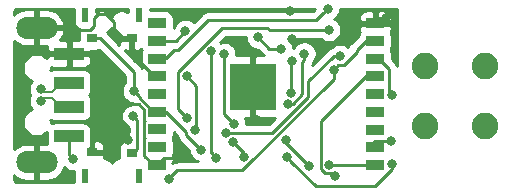
<source format=gbr>
G04 #@! TF.GenerationSoftware,KiCad,Pcbnew,(5.1.4)-1*
G04 #@! TF.CreationDate,2020-10-04T16:00:56+02:00*
G04 #@! TF.ProjectId,Long range deauther,4c6f6e67-2072-4616-9e67-652064656175,rev?*
G04 #@! TF.SameCoordinates,Original*
G04 #@! TF.FileFunction,Copper,L1,Top*
G04 #@! TF.FilePolarity,Positive*
%FSLAX46Y46*%
G04 Gerber Fmt 4.6, Leading zero omitted, Abs format (unit mm)*
G04 Created by KiCad (PCBNEW (5.1.4)-1) date 2020-10-04 16:00:56*
%MOMM*%
%LPD*%
G04 APERTURE LIST*
%ADD10C,2.250000*%
%ADD11R,0.600000X1.200000*%
%ADD12R,0.900000X0.800000*%
%ADD13R,2.500000X1.100000*%
%ADD14O,3.500000X1.900000*%
%ADD15R,1.500000X0.900000*%
%ADD16R,4.000000X4.000000*%
%ADD17C,0.800000*%
%ADD18C,0.250000*%
%ADD19C,0.200000*%
%ADD20C,0.254000*%
G04 APERTURE END LIST*
D10*
X161454000Y-80474000D03*
X166534000Y-80474000D03*
X161454000Y-85554000D03*
X166534000Y-85554000D03*
D11*
X132650000Y-76170000D03*
X137250000Y-76170000D03*
D12*
X136660000Y-78160000D03*
X133250000Y-78150000D03*
X136650000Y-87824800D03*
X133240000Y-87814800D03*
D11*
X132650000Y-89804800D03*
X137250000Y-89804800D03*
D13*
X131331240Y-83956400D03*
X131331240Y-81956400D03*
X131331240Y-86456400D03*
X131331240Y-79456400D03*
D14*
X128581240Y-88656400D03*
X128581240Y-77256400D03*
D15*
X157250000Y-88880000D03*
X157250000Y-87380000D03*
X157250000Y-85880000D03*
X157250000Y-84380000D03*
X157250000Y-82880000D03*
X157250000Y-81380000D03*
X157250000Y-79880000D03*
X157250000Y-78380000D03*
X157250000Y-76880000D03*
X138790000Y-76870000D03*
X138790000Y-79870000D03*
X138790000Y-82870000D03*
X138790000Y-78370000D03*
X138790000Y-85870000D03*
X138790000Y-81370000D03*
X138790000Y-87370000D03*
X138790000Y-84370000D03*
X138790000Y-88870000D03*
D16*
X146900000Y-82240000D03*
D17*
X136337040Y-86756240D03*
X141680000Y-76070000D03*
X141500000Y-88300000D03*
X150000000Y-75830000D03*
X158199990Y-76460000D03*
X145802340Y-79042340D03*
X150200000Y-78240000D03*
X131561840Y-77576680D03*
X137048240Y-79862680D03*
X147233640Y-85029040D03*
X141350000Y-84940000D03*
X153360000Y-88870012D03*
X149870647Y-83721862D03*
X151250000Y-79450000D03*
X153340000Y-77445094D03*
X151620000Y-88954770D03*
X149690000Y-86737678D03*
X147350000Y-78080000D03*
X149277031Y-79022969D03*
X141999156Y-85937510D03*
X141280000Y-81340000D03*
X136820010Y-82599990D03*
X142520000Y-87580002D03*
X136760000Y-84770000D03*
X153730000Y-80800000D03*
X139778740Y-90063320D03*
X150152311Y-82762347D03*
X150245939Y-80089056D03*
X158620000Y-86840000D03*
X153890000Y-89800000D03*
X158640000Y-82980000D03*
X144470000Y-79500000D03*
X145229847Y-86954847D03*
X158640000Y-88770000D03*
X146152340Y-88162340D03*
X145311859Y-85400000D03*
X149751253Y-88187690D03*
X154290000Y-79650000D03*
X144621571Y-86147724D03*
X153250000Y-75640000D03*
X143381152Y-79191152D03*
X141187347Y-77527347D03*
X143809720Y-88287860D03*
X128960645Y-83481400D03*
X128960645Y-82431400D03*
X131678680Y-88351360D03*
D18*
X157140000Y-76460000D02*
X156750000Y-76850000D01*
X158199990Y-76460000D02*
X157140000Y-76460000D01*
X135124999Y-76795997D02*
X135124999Y-77324999D01*
X134424001Y-76094999D02*
X135124999Y-76795997D01*
X133775999Y-76094999D02*
X134424001Y-76094999D01*
X133424999Y-76445999D02*
X133775999Y-76094999D01*
X133424999Y-77094001D02*
X133424999Y-76445999D01*
X135960000Y-78160000D02*
X136660000Y-78160000D01*
X133094001Y-77424999D02*
X133424999Y-77094001D01*
X132279206Y-77424999D02*
X133094001Y-77424999D01*
X135124999Y-77324999D02*
X135960000Y-78160000D01*
X132127525Y-77576680D02*
X132279206Y-77424999D01*
X131561840Y-77576680D02*
X132127525Y-77576680D01*
X138555560Y-81370000D02*
X138790000Y-81370000D01*
X137048240Y-79862680D02*
X138555560Y-81370000D01*
X139360000Y-88300000D02*
X138790000Y-88870000D01*
X141500000Y-88300000D02*
X139360000Y-88300000D01*
X139230000Y-88870000D02*
X139250000Y-88850000D01*
X137714999Y-88080001D02*
X138504998Y-88870000D01*
X137714999Y-86659999D02*
X137714999Y-88080001D01*
X138504998Y-88870000D02*
X139230000Y-88870000D01*
X137714999Y-85159999D02*
X137714999Y-86580001D01*
X137754998Y-85120000D02*
X137714999Y-85159999D01*
X137714999Y-85080001D02*
X137754998Y-85120000D01*
X137754998Y-86620000D02*
X137714999Y-86659999D01*
X137714999Y-84234999D02*
X137714999Y-85080001D01*
X136450000Y-85720000D02*
X135690000Y-84960000D01*
X136450000Y-86050000D02*
X136450000Y-85720000D01*
X135690000Y-84960000D02*
X135690000Y-84390000D01*
X135690000Y-84390000D02*
X136340000Y-83740000D01*
X137714999Y-86580001D02*
X137754998Y-86620000D01*
X136340000Y-83740000D02*
X137220000Y-83740000D01*
X137220000Y-83740000D02*
X137714999Y-84234999D01*
X153380012Y-88850000D02*
X153360000Y-88870012D01*
X156750000Y-88850000D02*
X153380012Y-88850000D01*
X151085001Y-82902659D02*
X151085001Y-80180684D01*
X151250000Y-80015685D02*
X151250000Y-79450000D01*
X150265798Y-83721862D02*
X151085001Y-82902659D01*
X149870647Y-83721862D02*
X150265798Y-83721862D01*
X151085001Y-80180684D02*
X151250000Y-80015685D01*
X148318096Y-77445094D02*
X152774315Y-77445094D01*
X152774315Y-77445094D02*
X153340000Y-77445094D01*
X141350000Y-84940000D02*
X140554999Y-84144999D01*
X140554999Y-84144999D02*
X140554999Y-80991999D01*
X148128001Y-77254999D02*
X148318096Y-77445094D01*
X140554999Y-80991999D02*
X144291999Y-77254999D01*
X144291999Y-77254999D02*
X148128001Y-77254999D01*
X149690000Y-87024770D02*
X149690000Y-86737678D01*
X151620000Y-88954770D02*
X149690000Y-87024770D01*
X147350000Y-78080000D02*
X148292969Y-79022969D01*
X148711346Y-79022969D02*
X149277031Y-79022969D01*
X148292969Y-79022969D02*
X148711346Y-79022969D01*
X142120000Y-82180000D02*
X141280000Y-81340000D01*
X141999156Y-85937510D02*
X142120000Y-85816666D01*
X142120000Y-85816666D02*
X142120000Y-82180000D01*
X136804400Y-82584380D02*
X136820010Y-82599990D01*
X136804400Y-81005680D02*
X136804400Y-82584380D01*
X133250000Y-78150000D02*
X133948720Y-78150000D01*
X133948720Y-78150000D02*
X136804400Y-81005680D01*
X141274155Y-86334157D02*
X142120001Y-87180003D01*
X137220009Y-82999989D02*
X137220009Y-83092609D01*
X136820010Y-82599990D02*
X137220009Y-82999989D01*
X137220009Y-83092609D02*
X138477400Y-84350000D01*
X138477400Y-84350000D02*
X139550000Y-84350000D01*
X139550000Y-84350000D02*
X141274155Y-86074155D01*
X142120001Y-87180003D02*
X142520000Y-87580002D01*
X141274155Y-86074155D02*
X141274155Y-86334157D01*
X137090000Y-85100000D02*
X136760000Y-84770000D01*
X136780000Y-87830000D02*
X137090000Y-87520000D01*
X137090000Y-87520000D02*
X137090000Y-85100000D01*
X153730000Y-80800000D02*
X154129999Y-80400001D01*
X154129999Y-80400001D02*
X154613001Y-80400001D01*
X156450000Y-78350000D02*
X156750000Y-78350000D01*
X154613001Y-80400001D02*
X155674999Y-79338003D01*
X155674999Y-79125001D02*
X156450000Y-78350000D01*
X155674999Y-79338003D02*
X155674999Y-79125001D01*
X136830000Y-87830000D02*
X136780000Y-87830000D01*
X140087849Y-89754211D02*
X139778740Y-90063320D01*
X140502640Y-89339420D02*
X140087849Y-89754211D01*
X146000580Y-89339420D02*
X140502640Y-89339420D01*
X153730000Y-80800000D02*
X153730000Y-81610000D01*
X153730000Y-81610000D02*
X146000580Y-89339420D01*
X150152311Y-80182684D02*
X150245939Y-80089056D01*
X150152311Y-82762347D02*
X150152311Y-80182684D01*
X157260000Y-86840000D02*
X156750000Y-87350000D01*
X158620000Y-86840000D02*
X157260000Y-86840000D01*
X152634999Y-85165001D02*
X156450000Y-81350000D01*
X156450000Y-81350000D02*
X156750000Y-81350000D01*
X152634999Y-89218013D02*
X152634999Y-85165001D01*
X153011999Y-89595013D02*
X152634999Y-89218013D01*
X153708001Y-89595013D02*
X153011999Y-89595013D01*
X153890000Y-89777012D02*
X153708001Y-89595013D01*
X153890000Y-89800000D02*
X153890000Y-89777012D01*
X156750000Y-79850000D02*
X157558760Y-79850000D01*
X157550000Y-79880000D02*
X157250000Y-79880000D01*
X158394400Y-80724400D02*
X157550000Y-79880000D01*
X158394400Y-82724400D02*
X158394400Y-80724400D01*
X158660000Y-82990000D02*
X158394400Y-82724400D01*
X146152340Y-87877340D02*
X146152340Y-88162340D01*
X145229847Y-86954847D02*
X146152340Y-87877340D01*
X144470000Y-84558141D02*
X144911860Y-85000001D01*
X144911860Y-85000001D02*
X145311859Y-85400000D01*
X144470000Y-79500000D02*
X144470000Y-84558141D01*
X158670000Y-89245002D02*
X157265012Y-90649990D01*
X157265012Y-90649990D02*
X152213553Y-90649990D01*
X158670000Y-88770000D02*
X158670000Y-89245002D01*
X150151252Y-88587689D02*
X149751253Y-88187690D01*
X152213553Y-90649990D02*
X150151252Y-88587689D01*
X151585001Y-83108001D02*
X148545278Y-86147724D01*
X148545278Y-86147724D02*
X145187256Y-86147724D01*
X151585001Y-81789314D02*
X151585001Y-83108001D01*
X154290000Y-79650000D02*
X153724315Y-79650000D01*
X145187256Y-86147724D02*
X144621571Y-86147724D01*
X153724315Y-79650000D02*
X151585001Y-81789314D01*
X139250000Y-79850000D02*
X139550000Y-79850000D01*
X140590000Y-79150000D02*
X143130000Y-76610000D01*
X139550000Y-79850000D02*
X140250000Y-79150000D01*
X140250000Y-79150000D02*
X140590000Y-79150000D01*
X143130000Y-76610000D02*
X152280000Y-76610000D01*
X152280000Y-76610000D02*
X152850001Y-76039999D01*
X152850001Y-76039999D02*
X153250000Y-75640000D01*
X140364694Y-78350000D02*
X139250000Y-78350000D01*
X141187347Y-77527347D02*
X140364694Y-78350000D01*
X143381152Y-87859292D02*
X143409721Y-87887861D01*
X143409721Y-87887861D02*
X143809720Y-88287860D01*
X143381152Y-79191152D02*
X143381152Y-87859292D01*
D19*
X129260645Y-83181400D02*
X128960645Y-83481400D01*
X129856240Y-83181400D02*
X129260645Y-83181400D01*
X130631240Y-83956400D02*
X129856240Y-83181400D01*
X131331240Y-83956400D02*
X130631240Y-83956400D01*
X131331240Y-81956400D02*
X130631240Y-81956400D01*
X130631240Y-81956400D02*
X129856240Y-82731400D01*
X129856240Y-82731400D02*
X129260645Y-82731400D01*
X129260645Y-82731400D02*
X128960645Y-82431400D01*
D18*
X131331240Y-86456400D02*
X131331240Y-88003920D01*
X131331240Y-88003920D02*
X131678680Y-88351360D01*
D20*
G36*
X131711928Y-76770000D02*
G01*
X131724188Y-76894482D01*
X131760498Y-77014180D01*
X131819463Y-77124494D01*
X131898815Y-77221185D01*
X131995506Y-77300537D01*
X132105820Y-77359502D01*
X132225518Y-77395812D01*
X132267110Y-77399908D01*
X132210498Y-77505820D01*
X132174188Y-77625518D01*
X132161928Y-77750000D01*
X132161928Y-78269664D01*
X131616990Y-78271400D01*
X131458240Y-78430150D01*
X131458240Y-79329400D01*
X133057490Y-79329400D01*
X133198818Y-79188072D01*
X133700000Y-79188072D01*
X133824482Y-79175812D01*
X133882217Y-79158298D01*
X136044400Y-81320483D01*
X136044401Y-81911888D01*
X136016073Y-81940216D01*
X135902805Y-82109734D01*
X135824784Y-82298092D01*
X135785010Y-82498051D01*
X135785010Y-82701929D01*
X135824784Y-82901888D01*
X135902805Y-83090246D01*
X136016073Y-83259764D01*
X136160236Y-83403927D01*
X136329754Y-83517195D01*
X136518112Y-83595216D01*
X136674917Y-83626406D01*
X136680008Y-83632610D01*
X136709010Y-83656411D01*
X136787599Y-83735000D01*
X136658061Y-83735000D01*
X136458102Y-83774774D01*
X136269744Y-83852795D01*
X136100226Y-83966063D01*
X135956063Y-84110226D01*
X135842795Y-84279744D01*
X135764774Y-84468102D01*
X135725000Y-84668061D01*
X135725000Y-84871939D01*
X135764774Y-85071898D01*
X135842795Y-85260256D01*
X135956063Y-85429774D01*
X136100226Y-85573937D01*
X136269744Y-85687205D01*
X136330001Y-85712164D01*
X136330000Y-86786728D01*
X136200000Y-86786728D01*
X136075518Y-86798988D01*
X135955820Y-86835298D01*
X135845506Y-86894263D01*
X135748815Y-86973615D01*
X135669463Y-87070306D01*
X135610498Y-87180620D01*
X135574188Y-87300318D01*
X135561928Y-87424800D01*
X135561928Y-88224800D01*
X135564155Y-88247415D01*
X135512686Y-88257653D01*
X135333428Y-88331904D01*
X135172099Y-88439701D01*
X135034901Y-88576899D01*
X134950000Y-88703962D01*
X134865099Y-88576899D01*
X134727901Y-88439701D01*
X134566572Y-88331904D01*
X134387314Y-88257653D01*
X134325071Y-88245272D01*
X134328072Y-88214800D01*
X134325000Y-88100550D01*
X134166250Y-87941800D01*
X133367000Y-87941800D01*
X133367000Y-87961800D01*
X133113000Y-87961800D01*
X133113000Y-87941800D01*
X133093000Y-87941800D01*
X133093000Y-87687800D01*
X133113000Y-87687800D01*
X133113000Y-87358606D01*
X133170742Y-87250580D01*
X133207052Y-87130882D01*
X133219312Y-87006400D01*
X133219312Y-86938550D01*
X133367000Y-86938550D01*
X133367000Y-87687800D01*
X134166250Y-87687800D01*
X134325000Y-87529050D01*
X134328072Y-87414800D01*
X134315812Y-87290318D01*
X134279502Y-87170620D01*
X134220537Y-87060306D01*
X134141185Y-86963615D01*
X134044494Y-86884263D01*
X133934180Y-86825298D01*
X133814482Y-86788988D01*
X133690000Y-86776728D01*
X133525750Y-86779800D01*
X133367000Y-86938550D01*
X133219312Y-86938550D01*
X133219312Y-85906400D01*
X133207052Y-85781918D01*
X133170742Y-85662220D01*
X133111777Y-85551906D01*
X133032425Y-85455215D01*
X132935734Y-85375863D01*
X132825420Y-85316898D01*
X132705722Y-85280588D01*
X132581240Y-85268328D01*
X130081240Y-85268328D01*
X129956758Y-85280588D01*
X129837060Y-85316898D01*
X129766240Y-85354753D01*
X129766240Y-85139688D01*
X129748069Y-85048334D01*
X129837060Y-85095902D01*
X129956758Y-85132212D01*
X130081240Y-85144472D01*
X132581240Y-85144472D01*
X132705722Y-85132212D01*
X132825420Y-85095902D01*
X132935734Y-85036937D01*
X133032425Y-84957585D01*
X133111777Y-84860894D01*
X133170742Y-84750580D01*
X133207052Y-84630882D01*
X133219312Y-84506400D01*
X133219312Y-83406400D01*
X133207052Y-83281918D01*
X133170742Y-83162220D01*
X133111777Y-83051906D01*
X133033398Y-82956400D01*
X133111777Y-82860894D01*
X133170742Y-82750580D01*
X133207052Y-82630882D01*
X133219312Y-82506400D01*
X133219312Y-81406400D01*
X133207052Y-81281918D01*
X133170742Y-81162220D01*
X133111777Y-81051906D01*
X133032425Y-80955215D01*
X132935734Y-80875863D01*
X132825420Y-80816898D01*
X132705722Y-80780588D01*
X132581240Y-80768328D01*
X130081240Y-80768328D01*
X129956758Y-80780588D01*
X129837060Y-80816898D01*
X129748069Y-80864466D01*
X129766240Y-80773112D01*
X129766240Y-80558047D01*
X129837060Y-80595902D01*
X129956758Y-80632212D01*
X130081240Y-80644472D01*
X131045490Y-80641400D01*
X131204240Y-80482650D01*
X131204240Y-79583400D01*
X131458240Y-79583400D01*
X131458240Y-80482650D01*
X131616990Y-80641400D01*
X132581240Y-80644472D01*
X132705722Y-80632212D01*
X132825420Y-80595902D01*
X132935734Y-80536937D01*
X133032425Y-80457585D01*
X133111777Y-80360894D01*
X133170742Y-80250580D01*
X133207052Y-80130882D01*
X133219312Y-80006400D01*
X133216240Y-79742150D01*
X133057490Y-79583400D01*
X131458240Y-79583400D01*
X131204240Y-79583400D01*
X129604990Y-79583400D01*
X129446240Y-79742150D01*
X129445052Y-79844368D01*
X129336634Y-79735950D01*
X129142548Y-79606266D01*
X128926892Y-79516939D01*
X128697952Y-79471400D01*
X128464528Y-79471400D01*
X128235588Y-79516939D01*
X128019932Y-79606266D01*
X127825846Y-79735950D01*
X127660790Y-79901006D01*
X127531106Y-80095092D01*
X127441779Y-80310748D01*
X127396240Y-80539688D01*
X127396240Y-80773112D01*
X127441779Y-81002052D01*
X127531106Y-81217708D01*
X127660790Y-81411794D01*
X127825846Y-81576850D01*
X128019932Y-81706534D01*
X128162675Y-81765659D01*
X128156708Y-81771626D01*
X128043440Y-81941144D01*
X127965419Y-82129502D01*
X127925645Y-82329461D01*
X127925645Y-82533339D01*
X127965419Y-82733298D01*
X128043440Y-82921656D01*
X128066655Y-82956400D01*
X128043440Y-82991144D01*
X127965419Y-83179502D01*
X127925645Y-83379461D01*
X127925645Y-83583339D01*
X127965419Y-83783298D01*
X128043440Y-83971656D01*
X128156708Y-84141174D01*
X128162675Y-84147141D01*
X128019932Y-84206266D01*
X127825846Y-84335950D01*
X127660790Y-84501006D01*
X127531106Y-84695092D01*
X127441779Y-84910748D01*
X127396240Y-85139688D01*
X127396240Y-85373112D01*
X127441779Y-85602052D01*
X127531106Y-85817708D01*
X127660790Y-86011794D01*
X127825846Y-86176850D01*
X128019932Y-86306534D01*
X128235588Y-86395861D01*
X128464528Y-86441400D01*
X128697952Y-86441400D01*
X128926892Y-86395861D01*
X129142548Y-86306534D01*
X129336634Y-86176850D01*
X129443168Y-86070316D01*
X129443168Y-87006400D01*
X129449570Y-87071400D01*
X128708240Y-87071400D01*
X128708240Y-88529400D01*
X128728240Y-88529400D01*
X128728240Y-88783400D01*
X128708240Y-88783400D01*
X128708240Y-90241400D01*
X129508240Y-90241400D01*
X129815018Y-90186168D01*
X130105126Y-90072148D01*
X130367415Y-89903722D01*
X130591806Y-89687362D01*
X130769676Y-89431383D01*
X130894189Y-89145621D01*
X130916227Y-89052618D01*
X131018906Y-89155297D01*
X131188424Y-89268565D01*
X131376782Y-89346586D01*
X131576741Y-89386360D01*
X131711928Y-89386360D01*
X131711928Y-90340000D01*
X127016279Y-90340000D01*
X126918576Y-90330420D01*
X126855643Y-90311420D01*
X126797594Y-90280554D01*
X126746657Y-90239011D01*
X126704752Y-90188356D01*
X126673485Y-90130529D01*
X126654044Y-90067728D01*
X126644000Y-89972165D01*
X126644000Y-89758064D01*
X126795065Y-89903722D01*
X127057354Y-90072148D01*
X127347462Y-90186168D01*
X127654240Y-90241400D01*
X128454240Y-90241400D01*
X128454240Y-88783400D01*
X128434240Y-88783400D01*
X128434240Y-88529400D01*
X128454240Y-88529400D01*
X128454240Y-87071400D01*
X127654240Y-87071400D01*
X127347462Y-87126632D01*
X127057354Y-87240652D01*
X126795065Y-87409078D01*
X126644000Y-87554736D01*
X126644000Y-78358064D01*
X126795065Y-78503722D01*
X127057354Y-78672148D01*
X127347462Y-78786168D01*
X127654240Y-78841400D01*
X128454240Y-78841400D01*
X128454240Y-77383400D01*
X128708240Y-77383400D01*
X128708240Y-78841400D01*
X129449570Y-78841400D01*
X129443168Y-78906400D01*
X129446240Y-79170650D01*
X129604990Y-79329400D01*
X131204240Y-79329400D01*
X131204240Y-78430150D01*
X131045490Y-78271400D01*
X130603875Y-78269993D01*
X130769676Y-78031383D01*
X130894189Y-77745621D01*
X130921826Y-77628988D01*
X130801824Y-77383400D01*
X128708240Y-77383400D01*
X128454240Y-77383400D01*
X128434240Y-77383400D01*
X128434240Y-77129400D01*
X128454240Y-77129400D01*
X128454240Y-75671400D01*
X128708240Y-75671400D01*
X128708240Y-77129400D01*
X130801824Y-77129400D01*
X130921826Y-76883812D01*
X130894189Y-76767179D01*
X130769676Y-76481417D01*
X130591806Y-76225438D01*
X130367415Y-76009078D01*
X130105126Y-75840652D01*
X129815018Y-75726632D01*
X129508240Y-75671400D01*
X128708240Y-75671400D01*
X128454240Y-75671400D01*
X127654240Y-75671400D01*
X127347462Y-75726632D01*
X127057354Y-75840652D01*
X126795065Y-76009078D01*
X126644000Y-76154736D01*
X126644000Y-76032279D01*
X126653580Y-75934576D01*
X126672580Y-75871644D01*
X126703445Y-75813595D01*
X126744989Y-75762657D01*
X126795644Y-75720752D01*
X126853471Y-75689485D01*
X126916272Y-75670044D01*
X127011835Y-75660000D01*
X131711928Y-75660000D01*
X131711928Y-76770000D01*
X131711928Y-76770000D01*
G37*
X131711928Y-76770000D02*
X131724188Y-76894482D01*
X131760498Y-77014180D01*
X131819463Y-77124494D01*
X131898815Y-77221185D01*
X131995506Y-77300537D01*
X132105820Y-77359502D01*
X132225518Y-77395812D01*
X132267110Y-77399908D01*
X132210498Y-77505820D01*
X132174188Y-77625518D01*
X132161928Y-77750000D01*
X132161928Y-78269664D01*
X131616990Y-78271400D01*
X131458240Y-78430150D01*
X131458240Y-79329400D01*
X133057490Y-79329400D01*
X133198818Y-79188072D01*
X133700000Y-79188072D01*
X133824482Y-79175812D01*
X133882217Y-79158298D01*
X136044400Y-81320483D01*
X136044401Y-81911888D01*
X136016073Y-81940216D01*
X135902805Y-82109734D01*
X135824784Y-82298092D01*
X135785010Y-82498051D01*
X135785010Y-82701929D01*
X135824784Y-82901888D01*
X135902805Y-83090246D01*
X136016073Y-83259764D01*
X136160236Y-83403927D01*
X136329754Y-83517195D01*
X136518112Y-83595216D01*
X136674917Y-83626406D01*
X136680008Y-83632610D01*
X136709010Y-83656411D01*
X136787599Y-83735000D01*
X136658061Y-83735000D01*
X136458102Y-83774774D01*
X136269744Y-83852795D01*
X136100226Y-83966063D01*
X135956063Y-84110226D01*
X135842795Y-84279744D01*
X135764774Y-84468102D01*
X135725000Y-84668061D01*
X135725000Y-84871939D01*
X135764774Y-85071898D01*
X135842795Y-85260256D01*
X135956063Y-85429774D01*
X136100226Y-85573937D01*
X136269744Y-85687205D01*
X136330001Y-85712164D01*
X136330000Y-86786728D01*
X136200000Y-86786728D01*
X136075518Y-86798988D01*
X135955820Y-86835298D01*
X135845506Y-86894263D01*
X135748815Y-86973615D01*
X135669463Y-87070306D01*
X135610498Y-87180620D01*
X135574188Y-87300318D01*
X135561928Y-87424800D01*
X135561928Y-88224800D01*
X135564155Y-88247415D01*
X135512686Y-88257653D01*
X135333428Y-88331904D01*
X135172099Y-88439701D01*
X135034901Y-88576899D01*
X134950000Y-88703962D01*
X134865099Y-88576899D01*
X134727901Y-88439701D01*
X134566572Y-88331904D01*
X134387314Y-88257653D01*
X134325071Y-88245272D01*
X134328072Y-88214800D01*
X134325000Y-88100550D01*
X134166250Y-87941800D01*
X133367000Y-87941800D01*
X133367000Y-87961800D01*
X133113000Y-87961800D01*
X133113000Y-87941800D01*
X133093000Y-87941800D01*
X133093000Y-87687800D01*
X133113000Y-87687800D01*
X133113000Y-87358606D01*
X133170742Y-87250580D01*
X133207052Y-87130882D01*
X133219312Y-87006400D01*
X133219312Y-86938550D01*
X133367000Y-86938550D01*
X133367000Y-87687800D01*
X134166250Y-87687800D01*
X134325000Y-87529050D01*
X134328072Y-87414800D01*
X134315812Y-87290318D01*
X134279502Y-87170620D01*
X134220537Y-87060306D01*
X134141185Y-86963615D01*
X134044494Y-86884263D01*
X133934180Y-86825298D01*
X133814482Y-86788988D01*
X133690000Y-86776728D01*
X133525750Y-86779800D01*
X133367000Y-86938550D01*
X133219312Y-86938550D01*
X133219312Y-85906400D01*
X133207052Y-85781918D01*
X133170742Y-85662220D01*
X133111777Y-85551906D01*
X133032425Y-85455215D01*
X132935734Y-85375863D01*
X132825420Y-85316898D01*
X132705722Y-85280588D01*
X132581240Y-85268328D01*
X130081240Y-85268328D01*
X129956758Y-85280588D01*
X129837060Y-85316898D01*
X129766240Y-85354753D01*
X129766240Y-85139688D01*
X129748069Y-85048334D01*
X129837060Y-85095902D01*
X129956758Y-85132212D01*
X130081240Y-85144472D01*
X132581240Y-85144472D01*
X132705722Y-85132212D01*
X132825420Y-85095902D01*
X132935734Y-85036937D01*
X133032425Y-84957585D01*
X133111777Y-84860894D01*
X133170742Y-84750580D01*
X133207052Y-84630882D01*
X133219312Y-84506400D01*
X133219312Y-83406400D01*
X133207052Y-83281918D01*
X133170742Y-83162220D01*
X133111777Y-83051906D01*
X133033398Y-82956400D01*
X133111777Y-82860894D01*
X133170742Y-82750580D01*
X133207052Y-82630882D01*
X133219312Y-82506400D01*
X133219312Y-81406400D01*
X133207052Y-81281918D01*
X133170742Y-81162220D01*
X133111777Y-81051906D01*
X133032425Y-80955215D01*
X132935734Y-80875863D01*
X132825420Y-80816898D01*
X132705722Y-80780588D01*
X132581240Y-80768328D01*
X130081240Y-80768328D01*
X129956758Y-80780588D01*
X129837060Y-80816898D01*
X129748069Y-80864466D01*
X129766240Y-80773112D01*
X129766240Y-80558047D01*
X129837060Y-80595902D01*
X129956758Y-80632212D01*
X130081240Y-80644472D01*
X131045490Y-80641400D01*
X131204240Y-80482650D01*
X131204240Y-79583400D01*
X131458240Y-79583400D01*
X131458240Y-80482650D01*
X131616990Y-80641400D01*
X132581240Y-80644472D01*
X132705722Y-80632212D01*
X132825420Y-80595902D01*
X132935734Y-80536937D01*
X133032425Y-80457585D01*
X133111777Y-80360894D01*
X133170742Y-80250580D01*
X133207052Y-80130882D01*
X133219312Y-80006400D01*
X133216240Y-79742150D01*
X133057490Y-79583400D01*
X131458240Y-79583400D01*
X131204240Y-79583400D01*
X129604990Y-79583400D01*
X129446240Y-79742150D01*
X129445052Y-79844368D01*
X129336634Y-79735950D01*
X129142548Y-79606266D01*
X128926892Y-79516939D01*
X128697952Y-79471400D01*
X128464528Y-79471400D01*
X128235588Y-79516939D01*
X128019932Y-79606266D01*
X127825846Y-79735950D01*
X127660790Y-79901006D01*
X127531106Y-80095092D01*
X127441779Y-80310748D01*
X127396240Y-80539688D01*
X127396240Y-80773112D01*
X127441779Y-81002052D01*
X127531106Y-81217708D01*
X127660790Y-81411794D01*
X127825846Y-81576850D01*
X128019932Y-81706534D01*
X128162675Y-81765659D01*
X128156708Y-81771626D01*
X128043440Y-81941144D01*
X127965419Y-82129502D01*
X127925645Y-82329461D01*
X127925645Y-82533339D01*
X127965419Y-82733298D01*
X128043440Y-82921656D01*
X128066655Y-82956400D01*
X128043440Y-82991144D01*
X127965419Y-83179502D01*
X127925645Y-83379461D01*
X127925645Y-83583339D01*
X127965419Y-83783298D01*
X128043440Y-83971656D01*
X128156708Y-84141174D01*
X128162675Y-84147141D01*
X128019932Y-84206266D01*
X127825846Y-84335950D01*
X127660790Y-84501006D01*
X127531106Y-84695092D01*
X127441779Y-84910748D01*
X127396240Y-85139688D01*
X127396240Y-85373112D01*
X127441779Y-85602052D01*
X127531106Y-85817708D01*
X127660790Y-86011794D01*
X127825846Y-86176850D01*
X128019932Y-86306534D01*
X128235588Y-86395861D01*
X128464528Y-86441400D01*
X128697952Y-86441400D01*
X128926892Y-86395861D01*
X129142548Y-86306534D01*
X129336634Y-86176850D01*
X129443168Y-86070316D01*
X129443168Y-87006400D01*
X129449570Y-87071400D01*
X128708240Y-87071400D01*
X128708240Y-88529400D01*
X128728240Y-88529400D01*
X128728240Y-88783400D01*
X128708240Y-88783400D01*
X128708240Y-90241400D01*
X129508240Y-90241400D01*
X129815018Y-90186168D01*
X130105126Y-90072148D01*
X130367415Y-89903722D01*
X130591806Y-89687362D01*
X130769676Y-89431383D01*
X130894189Y-89145621D01*
X130916227Y-89052618D01*
X131018906Y-89155297D01*
X131188424Y-89268565D01*
X131376782Y-89346586D01*
X131576741Y-89386360D01*
X131711928Y-89386360D01*
X131711928Y-90340000D01*
X127016279Y-90340000D01*
X126918576Y-90330420D01*
X126855643Y-90311420D01*
X126797594Y-90280554D01*
X126746657Y-90239011D01*
X126704752Y-90188356D01*
X126673485Y-90130529D01*
X126654044Y-90067728D01*
X126644000Y-89972165D01*
X126644000Y-89758064D01*
X126795065Y-89903722D01*
X127057354Y-90072148D01*
X127347462Y-90186168D01*
X127654240Y-90241400D01*
X128454240Y-90241400D01*
X128454240Y-88783400D01*
X128434240Y-88783400D01*
X128434240Y-88529400D01*
X128454240Y-88529400D01*
X128454240Y-87071400D01*
X127654240Y-87071400D01*
X127347462Y-87126632D01*
X127057354Y-87240652D01*
X126795065Y-87409078D01*
X126644000Y-87554736D01*
X126644000Y-78358064D01*
X126795065Y-78503722D01*
X127057354Y-78672148D01*
X127347462Y-78786168D01*
X127654240Y-78841400D01*
X128454240Y-78841400D01*
X128454240Y-77383400D01*
X128708240Y-77383400D01*
X128708240Y-78841400D01*
X129449570Y-78841400D01*
X129443168Y-78906400D01*
X129446240Y-79170650D01*
X129604990Y-79329400D01*
X131204240Y-79329400D01*
X131204240Y-78430150D01*
X131045490Y-78271400D01*
X130603875Y-78269993D01*
X130769676Y-78031383D01*
X130894189Y-77745621D01*
X130921826Y-77628988D01*
X130801824Y-77383400D01*
X128708240Y-77383400D01*
X128454240Y-77383400D01*
X128434240Y-77383400D01*
X128434240Y-77129400D01*
X128454240Y-77129400D01*
X128454240Y-75671400D01*
X128708240Y-75671400D01*
X128708240Y-77129400D01*
X130801824Y-77129400D01*
X130921826Y-76883812D01*
X130894189Y-76767179D01*
X130769676Y-76481417D01*
X130591806Y-76225438D01*
X130367415Y-76009078D01*
X130105126Y-75840652D01*
X129815018Y-75726632D01*
X129508240Y-75671400D01*
X128708240Y-75671400D01*
X128454240Y-75671400D01*
X127654240Y-75671400D01*
X127347462Y-75726632D01*
X127057354Y-75840652D01*
X126795065Y-76009078D01*
X126644000Y-76154736D01*
X126644000Y-76032279D01*
X126653580Y-75934576D01*
X126672580Y-75871644D01*
X126703445Y-75813595D01*
X126744989Y-75762657D01*
X126795644Y-75720752D01*
X126853471Y-75689485D01*
X126916272Y-75670044D01*
X127011835Y-75660000D01*
X131711928Y-75660000D01*
X131711928Y-76770000D01*
G36*
X138917000Y-88743000D02*
G01*
X138937000Y-88743000D01*
X138937000Y-88997000D01*
X138917000Y-88997000D01*
X138917000Y-89017000D01*
X138663000Y-89017000D01*
X138663000Y-88997000D01*
X138643000Y-88997000D01*
X138643000Y-88743000D01*
X138663000Y-88743000D01*
X138663000Y-88723000D01*
X138917000Y-88723000D01*
X138917000Y-88743000D01*
X138917000Y-88743000D01*
G37*
X138917000Y-88743000D02*
X138937000Y-88743000D01*
X138937000Y-88997000D01*
X138917000Y-88997000D01*
X138917000Y-89017000D01*
X138663000Y-89017000D01*
X138663000Y-88997000D01*
X138643000Y-88997000D01*
X138643000Y-88743000D01*
X138663000Y-88743000D01*
X138663000Y-88723000D01*
X138917000Y-88723000D01*
X138917000Y-88743000D01*
G36*
X140516063Y-86390866D02*
G01*
X140525152Y-86483143D01*
X140568609Y-86626404D01*
X140639181Y-86758433D01*
X140734154Y-86874158D01*
X140763156Y-86897959D01*
X141485000Y-87619804D01*
X141485000Y-87681941D01*
X141524774Y-87881900D01*
X141602795Y-88070258D01*
X141716063Y-88239776D01*
X141860226Y-88383939D01*
X142029744Y-88497207D01*
X142218102Y-88575228D01*
X142239177Y-88579420D01*
X140539962Y-88579420D01*
X140502639Y-88575744D01*
X140465316Y-88579420D01*
X140465307Y-88579420D01*
X140353654Y-88590417D01*
X140210393Y-88633874D01*
X140078364Y-88704446D01*
X140031388Y-88742998D01*
X140016252Y-88742998D01*
X140175000Y-88584250D01*
X140178072Y-88420000D01*
X140165812Y-88295518D01*
X140129502Y-88175820D01*
X140099665Y-88120000D01*
X140129502Y-88064180D01*
X140165812Y-87944482D01*
X140178072Y-87820000D01*
X140178072Y-86920000D01*
X140165812Y-86795518D01*
X140129502Y-86675820D01*
X140099665Y-86620000D01*
X140129502Y-86564180D01*
X140165812Y-86444482D01*
X140178072Y-86320000D01*
X140178072Y-86052874D01*
X140516063Y-86390866D01*
X140516063Y-86390866D01*
G37*
X140516063Y-86390866D02*
X140525152Y-86483143D01*
X140568609Y-86626404D01*
X140639181Y-86758433D01*
X140734154Y-86874158D01*
X140763156Y-86897959D01*
X141485000Y-87619804D01*
X141485000Y-87681941D01*
X141524774Y-87881900D01*
X141602795Y-88070258D01*
X141716063Y-88239776D01*
X141860226Y-88383939D01*
X142029744Y-88497207D01*
X142218102Y-88575228D01*
X142239177Y-88579420D01*
X140539962Y-88579420D01*
X140502639Y-88575744D01*
X140465316Y-88579420D01*
X140465307Y-88579420D01*
X140353654Y-88590417D01*
X140210393Y-88633874D01*
X140078364Y-88704446D01*
X140031388Y-88742998D01*
X140016252Y-88742998D01*
X140175000Y-88584250D01*
X140178072Y-88420000D01*
X140165812Y-88295518D01*
X140129502Y-88175820D01*
X140099665Y-88120000D01*
X140129502Y-88064180D01*
X140165812Y-87944482D01*
X140178072Y-87820000D01*
X140178072Y-86920000D01*
X140165812Y-86795518D01*
X140129502Y-86675820D01*
X140099665Y-86620000D01*
X140129502Y-86564180D01*
X140165812Y-86444482D01*
X140178072Y-86320000D01*
X140178072Y-86052874D01*
X140516063Y-86390866D01*
G36*
X146315000Y-78181939D02*
G01*
X146354774Y-78381898D01*
X146432795Y-78570256D01*
X146546063Y-78739774D01*
X146690226Y-78883937D01*
X146859744Y-78997205D01*
X147048102Y-79075226D01*
X147248061Y-79115000D01*
X147310198Y-79115000D01*
X147729170Y-79533972D01*
X147752968Y-79562970D01*
X147800452Y-79601939D01*
X147802834Y-79603894D01*
X147185750Y-79605000D01*
X147027000Y-79763750D01*
X147027000Y-82113000D01*
X147047000Y-82113000D01*
X147047000Y-82367000D01*
X147027000Y-82367000D01*
X147027000Y-84716250D01*
X147185750Y-84875000D01*
X148740414Y-84877786D01*
X148230477Y-85387724D01*
X146346859Y-85387724D01*
X146346859Y-85298061D01*
X146307085Y-85098102D01*
X146229064Y-84909744D01*
X146206337Y-84875731D01*
X146614250Y-84875000D01*
X146773000Y-84716250D01*
X146773000Y-82367000D01*
X146753000Y-82367000D01*
X146753000Y-82113000D01*
X146773000Y-82113000D01*
X146773000Y-79763750D01*
X146614250Y-79605000D01*
X145504787Y-79603012D01*
X145505000Y-79601939D01*
X145505000Y-79398061D01*
X145465226Y-79198102D01*
X145387205Y-79009744D01*
X145273937Y-78840226D01*
X145129774Y-78696063D01*
X144960256Y-78582795D01*
X144771898Y-78504774D01*
X144571939Y-78465000D01*
X144368061Y-78465000D01*
X144168102Y-78504774D01*
X144161302Y-78507591D01*
X144137755Y-78484044D01*
X144606801Y-78014999D01*
X146315000Y-78014999D01*
X146315000Y-78181939D01*
X146315000Y-78181939D01*
G37*
X146315000Y-78181939D02*
X146354774Y-78381898D01*
X146432795Y-78570256D01*
X146546063Y-78739774D01*
X146690226Y-78883937D01*
X146859744Y-78997205D01*
X147048102Y-79075226D01*
X147248061Y-79115000D01*
X147310198Y-79115000D01*
X147729170Y-79533972D01*
X147752968Y-79562970D01*
X147800452Y-79601939D01*
X147802834Y-79603894D01*
X147185750Y-79605000D01*
X147027000Y-79763750D01*
X147027000Y-82113000D01*
X147047000Y-82113000D01*
X147047000Y-82367000D01*
X147027000Y-82367000D01*
X147027000Y-84716250D01*
X147185750Y-84875000D01*
X148740414Y-84877786D01*
X148230477Y-85387724D01*
X146346859Y-85387724D01*
X146346859Y-85298061D01*
X146307085Y-85098102D01*
X146229064Y-84909744D01*
X146206337Y-84875731D01*
X146614250Y-84875000D01*
X146773000Y-84716250D01*
X146773000Y-82367000D01*
X146753000Y-82367000D01*
X146753000Y-82113000D01*
X146773000Y-82113000D01*
X146773000Y-79763750D01*
X146614250Y-79605000D01*
X145504787Y-79603012D01*
X145505000Y-79601939D01*
X145505000Y-79398061D01*
X145465226Y-79198102D01*
X145387205Y-79009744D01*
X145273937Y-78840226D01*
X145129774Y-78696063D01*
X144960256Y-78582795D01*
X144771898Y-78504774D01*
X144571939Y-78465000D01*
X144368061Y-78465000D01*
X144168102Y-78504774D01*
X144161302Y-78507591D01*
X144137755Y-78484044D01*
X144606801Y-78014999D01*
X146315000Y-78014999D01*
X146315000Y-78181939D01*
G36*
X138917000Y-81243000D02*
G01*
X138937000Y-81243000D01*
X138937000Y-81497000D01*
X138917000Y-81497000D01*
X138917000Y-81517000D01*
X138663000Y-81517000D01*
X138663000Y-81497000D01*
X138643000Y-81497000D01*
X138643000Y-81243000D01*
X138663000Y-81243000D01*
X138663000Y-81223000D01*
X138917000Y-81223000D01*
X138917000Y-81243000D01*
X138917000Y-81243000D01*
G37*
X138917000Y-81243000D02*
X138937000Y-81243000D01*
X138937000Y-81497000D01*
X138917000Y-81497000D01*
X138917000Y-81517000D01*
X138663000Y-81517000D01*
X138663000Y-81497000D01*
X138643000Y-81497000D01*
X138643000Y-81243000D01*
X138663000Y-81243000D01*
X138663000Y-81223000D01*
X138917000Y-81223000D01*
X138917000Y-81243000D01*
G36*
X135034901Y-77397901D02*
G01*
X135172099Y-77535099D01*
X135333428Y-77642896D01*
X135512686Y-77717147D01*
X135574929Y-77729528D01*
X135571928Y-77760000D01*
X135575000Y-77874250D01*
X135733750Y-78033000D01*
X136533000Y-78033000D01*
X136533000Y-78013000D01*
X136787000Y-78013000D01*
X136787000Y-78033000D01*
X136807000Y-78033000D01*
X136807000Y-78287000D01*
X136787000Y-78287000D01*
X136787000Y-79036250D01*
X136945750Y-79195000D01*
X137110000Y-79198072D01*
X137234482Y-79185812D01*
X137354180Y-79149502D01*
X137464494Y-79090537D01*
X137464558Y-79090484D01*
X137480335Y-79120000D01*
X137450498Y-79175820D01*
X137414188Y-79295518D01*
X137401928Y-79420000D01*
X137401928Y-80320000D01*
X137414188Y-80444482D01*
X137450498Y-80564180D01*
X137480335Y-80620000D01*
X137470170Y-80639018D01*
X137439374Y-80581404D01*
X137402164Y-80536063D01*
X137368199Y-80494676D01*
X137368195Y-80494672D01*
X137344401Y-80465679D01*
X137315409Y-80441886D01*
X136047933Y-79174411D01*
X136085518Y-79185812D01*
X136210000Y-79198072D01*
X136374250Y-79195000D01*
X136533000Y-79036250D01*
X136533000Y-78287000D01*
X135733750Y-78287000D01*
X135575000Y-78445750D01*
X135571928Y-78560000D01*
X135584188Y-78684482D01*
X135595590Y-78722068D01*
X134531107Y-77657586D01*
X134566572Y-77642896D01*
X134727901Y-77535099D01*
X134865099Y-77397901D01*
X134950000Y-77270838D01*
X135034901Y-77397901D01*
X135034901Y-77397901D01*
G37*
X135034901Y-77397901D02*
X135172099Y-77535099D01*
X135333428Y-77642896D01*
X135512686Y-77717147D01*
X135574929Y-77729528D01*
X135571928Y-77760000D01*
X135575000Y-77874250D01*
X135733750Y-78033000D01*
X136533000Y-78033000D01*
X136533000Y-78013000D01*
X136787000Y-78013000D01*
X136787000Y-78033000D01*
X136807000Y-78033000D01*
X136807000Y-78287000D01*
X136787000Y-78287000D01*
X136787000Y-79036250D01*
X136945750Y-79195000D01*
X137110000Y-79198072D01*
X137234482Y-79185812D01*
X137354180Y-79149502D01*
X137464494Y-79090537D01*
X137464558Y-79090484D01*
X137480335Y-79120000D01*
X137450498Y-79175820D01*
X137414188Y-79295518D01*
X137401928Y-79420000D01*
X137401928Y-80320000D01*
X137414188Y-80444482D01*
X137450498Y-80564180D01*
X137480335Y-80620000D01*
X137470170Y-80639018D01*
X137439374Y-80581404D01*
X137402164Y-80536063D01*
X137368199Y-80494676D01*
X137368195Y-80494672D01*
X137344401Y-80465679D01*
X137315409Y-80441886D01*
X136047933Y-79174411D01*
X136085518Y-79185812D01*
X136210000Y-79198072D01*
X136374250Y-79195000D01*
X136533000Y-79036250D01*
X136533000Y-78287000D01*
X135733750Y-78287000D01*
X135575000Y-78445750D01*
X135571928Y-78560000D01*
X135584188Y-78684482D01*
X135595590Y-78722068D01*
X134531107Y-77657586D01*
X134566572Y-77642896D01*
X134727901Y-77535099D01*
X134865099Y-77397901D01*
X134950000Y-77270838D01*
X135034901Y-77397901D01*
G36*
X159123000Y-80508153D02*
G01*
X159099946Y-80432153D01*
X159091956Y-80417205D01*
X159029374Y-80300123D01*
X158958199Y-80213397D01*
X158934401Y-80184399D01*
X158905403Y-80160601D01*
X158638072Y-79893270D01*
X158638072Y-79430000D01*
X158625812Y-79305518D01*
X158589502Y-79185820D01*
X158559665Y-79130000D01*
X158589502Y-79074180D01*
X158625812Y-78954482D01*
X158638072Y-78830000D01*
X158638072Y-77930000D01*
X158625812Y-77805518D01*
X158589502Y-77685820D01*
X158559665Y-77630000D01*
X158589502Y-77574180D01*
X158625812Y-77454482D01*
X158638072Y-77330000D01*
X158635000Y-77165750D01*
X158476250Y-77007000D01*
X157377000Y-77007000D01*
X157377000Y-77027000D01*
X157123000Y-77027000D01*
X157123000Y-77007000D01*
X156023750Y-77007000D01*
X155865000Y-77165750D01*
X155861928Y-77330000D01*
X155874188Y-77454482D01*
X155910498Y-77574180D01*
X155940335Y-77630000D01*
X155910498Y-77685820D01*
X155874188Y-77805518D01*
X155869218Y-77855980D01*
X155164000Y-78561199D01*
X155134998Y-78585000D01*
X155040025Y-78700725D01*
X154969453Y-78832754D01*
X154961775Y-78858064D01*
X154949774Y-78846063D01*
X154780256Y-78732795D01*
X154591898Y-78654774D01*
X154391939Y-78615000D01*
X154188061Y-78615000D01*
X153988102Y-78654774D01*
X153799744Y-78732795D01*
X153630226Y-78846063D01*
X153575276Y-78901013D01*
X153432068Y-78944454D01*
X153300039Y-79015026D01*
X153184314Y-79109999D01*
X153160516Y-79138997D01*
X151914166Y-80385348D01*
X151955546Y-80307932D01*
X151998987Y-80164724D01*
X152053937Y-80109774D01*
X152167205Y-79940256D01*
X152245226Y-79751898D01*
X152285000Y-79551939D01*
X152285000Y-79348061D01*
X152245226Y-79148102D01*
X152167205Y-78959744D01*
X152053937Y-78790226D01*
X151909774Y-78646063D01*
X151740256Y-78532795D01*
X151551898Y-78454774D01*
X151351939Y-78415000D01*
X151148061Y-78415000D01*
X150948102Y-78454774D01*
X150759744Y-78532795D01*
X150590226Y-78646063D01*
X150446063Y-78790226D01*
X150332795Y-78959744D01*
X150312031Y-79009872D01*
X150312031Y-78921030D01*
X150272257Y-78721071D01*
X150194236Y-78532713D01*
X150080968Y-78363195D01*
X149936805Y-78219032D01*
X149915945Y-78205094D01*
X152636289Y-78205094D01*
X152680226Y-78249031D01*
X152849744Y-78362299D01*
X153038102Y-78440320D01*
X153238061Y-78480094D01*
X153441939Y-78480094D01*
X153641898Y-78440320D01*
X153830256Y-78362299D01*
X153999774Y-78249031D01*
X154143937Y-78104868D01*
X154257205Y-77935350D01*
X154335226Y-77746992D01*
X154375000Y-77547033D01*
X154375000Y-77343155D01*
X154335226Y-77143196D01*
X154257205Y-76954838D01*
X154143937Y-76785320D01*
X153999774Y-76641157D01*
X153830256Y-76527889D01*
X153801782Y-76516095D01*
X153909774Y-76443937D01*
X153923711Y-76430000D01*
X155861928Y-76430000D01*
X155865000Y-76594250D01*
X156023750Y-76753000D01*
X157123000Y-76753000D01*
X157123000Y-75953750D01*
X157377000Y-75953750D01*
X157377000Y-76753000D01*
X158476250Y-76753000D01*
X158635000Y-76594250D01*
X158638072Y-76430000D01*
X158625812Y-76305518D01*
X158589502Y-76185820D01*
X158530537Y-76075506D01*
X158451185Y-75978815D01*
X158354494Y-75899463D01*
X158244180Y-75840498D01*
X158124482Y-75804188D01*
X158000000Y-75791928D01*
X157535750Y-75795000D01*
X157377000Y-75953750D01*
X157123000Y-75953750D01*
X156964250Y-75795000D01*
X156500000Y-75791928D01*
X156375518Y-75804188D01*
X156255820Y-75840498D01*
X156145506Y-75899463D01*
X156048815Y-75978815D01*
X155969463Y-76075506D01*
X155910498Y-76185820D01*
X155874188Y-76305518D01*
X155861928Y-76430000D01*
X153923711Y-76430000D01*
X154053937Y-76299774D01*
X154167205Y-76130256D01*
X154245226Y-75941898D01*
X154285000Y-75741939D01*
X154285000Y-75660000D01*
X159123000Y-75660000D01*
X159123000Y-80508153D01*
X159123000Y-80508153D01*
G37*
X159123000Y-80508153D02*
X159099946Y-80432153D01*
X159091956Y-80417205D01*
X159029374Y-80300123D01*
X158958199Y-80213397D01*
X158934401Y-80184399D01*
X158905403Y-80160601D01*
X158638072Y-79893270D01*
X158638072Y-79430000D01*
X158625812Y-79305518D01*
X158589502Y-79185820D01*
X158559665Y-79130000D01*
X158589502Y-79074180D01*
X158625812Y-78954482D01*
X158638072Y-78830000D01*
X158638072Y-77930000D01*
X158625812Y-77805518D01*
X158589502Y-77685820D01*
X158559665Y-77630000D01*
X158589502Y-77574180D01*
X158625812Y-77454482D01*
X158638072Y-77330000D01*
X158635000Y-77165750D01*
X158476250Y-77007000D01*
X157377000Y-77007000D01*
X157377000Y-77027000D01*
X157123000Y-77027000D01*
X157123000Y-77007000D01*
X156023750Y-77007000D01*
X155865000Y-77165750D01*
X155861928Y-77330000D01*
X155874188Y-77454482D01*
X155910498Y-77574180D01*
X155940335Y-77630000D01*
X155910498Y-77685820D01*
X155874188Y-77805518D01*
X155869218Y-77855980D01*
X155164000Y-78561199D01*
X155134998Y-78585000D01*
X155040025Y-78700725D01*
X154969453Y-78832754D01*
X154961775Y-78858064D01*
X154949774Y-78846063D01*
X154780256Y-78732795D01*
X154591898Y-78654774D01*
X154391939Y-78615000D01*
X154188061Y-78615000D01*
X153988102Y-78654774D01*
X153799744Y-78732795D01*
X153630226Y-78846063D01*
X153575276Y-78901013D01*
X153432068Y-78944454D01*
X153300039Y-79015026D01*
X153184314Y-79109999D01*
X153160516Y-79138997D01*
X151914166Y-80385348D01*
X151955546Y-80307932D01*
X151998987Y-80164724D01*
X152053937Y-80109774D01*
X152167205Y-79940256D01*
X152245226Y-79751898D01*
X152285000Y-79551939D01*
X152285000Y-79348061D01*
X152245226Y-79148102D01*
X152167205Y-78959744D01*
X152053937Y-78790226D01*
X151909774Y-78646063D01*
X151740256Y-78532795D01*
X151551898Y-78454774D01*
X151351939Y-78415000D01*
X151148061Y-78415000D01*
X150948102Y-78454774D01*
X150759744Y-78532795D01*
X150590226Y-78646063D01*
X150446063Y-78790226D01*
X150332795Y-78959744D01*
X150312031Y-79009872D01*
X150312031Y-78921030D01*
X150272257Y-78721071D01*
X150194236Y-78532713D01*
X150080968Y-78363195D01*
X149936805Y-78219032D01*
X149915945Y-78205094D01*
X152636289Y-78205094D01*
X152680226Y-78249031D01*
X152849744Y-78362299D01*
X153038102Y-78440320D01*
X153238061Y-78480094D01*
X153441939Y-78480094D01*
X153641898Y-78440320D01*
X153830256Y-78362299D01*
X153999774Y-78249031D01*
X154143937Y-78104868D01*
X154257205Y-77935350D01*
X154335226Y-77746992D01*
X154375000Y-77547033D01*
X154375000Y-77343155D01*
X154335226Y-77143196D01*
X154257205Y-76954838D01*
X154143937Y-76785320D01*
X153999774Y-76641157D01*
X153830256Y-76527889D01*
X153801782Y-76516095D01*
X153909774Y-76443937D01*
X153923711Y-76430000D01*
X155861928Y-76430000D01*
X155865000Y-76594250D01*
X156023750Y-76753000D01*
X157123000Y-76753000D01*
X157123000Y-75953750D01*
X157377000Y-75953750D01*
X157377000Y-76753000D01*
X158476250Y-76753000D01*
X158635000Y-76594250D01*
X158638072Y-76430000D01*
X158625812Y-76305518D01*
X158589502Y-76185820D01*
X158530537Y-76075506D01*
X158451185Y-75978815D01*
X158354494Y-75899463D01*
X158244180Y-75840498D01*
X158124482Y-75804188D01*
X158000000Y-75791928D01*
X157535750Y-75795000D01*
X157377000Y-75953750D01*
X157123000Y-75953750D01*
X156964250Y-75795000D01*
X156500000Y-75791928D01*
X156375518Y-75804188D01*
X156255820Y-75840498D01*
X156145506Y-75899463D01*
X156048815Y-75978815D01*
X155969463Y-76075506D01*
X155910498Y-76185820D01*
X155874188Y-76305518D01*
X155861928Y-76430000D01*
X153923711Y-76430000D01*
X154053937Y-76299774D01*
X154167205Y-76130256D01*
X154245226Y-75941898D01*
X154285000Y-75741939D01*
X154285000Y-75660000D01*
X159123000Y-75660000D01*
X159123000Y-80508153D01*
G36*
X151965199Y-75850000D02*
G01*
X143167322Y-75850000D01*
X143129999Y-75846324D01*
X143092676Y-75850000D01*
X143092667Y-75850000D01*
X142981014Y-75860997D01*
X142837753Y-75904454D01*
X142705724Y-75975026D01*
X142705722Y-75975027D01*
X142705723Y-75975027D01*
X142618996Y-76046201D01*
X142618992Y-76046205D01*
X142589999Y-76069999D01*
X142566205Y-76098992D01*
X141894454Y-76770743D01*
X141847121Y-76723410D01*
X141677603Y-76610142D01*
X141489245Y-76532121D01*
X141289286Y-76492347D01*
X141085408Y-76492347D01*
X140885449Y-76532121D01*
X140697091Y-76610142D01*
X140527573Y-76723410D01*
X140383410Y-76867573D01*
X140270142Y-77037091D01*
X140192121Y-77225449D01*
X140178072Y-77296079D01*
X140178072Y-76420000D01*
X140165812Y-76295518D01*
X140129502Y-76175820D01*
X140070537Y-76065506D01*
X139991185Y-75968815D01*
X139894494Y-75889463D01*
X139784180Y-75830498D01*
X139664482Y-75794188D01*
X139540000Y-75781928D01*
X138188072Y-75781928D01*
X138188072Y-75660000D01*
X152155198Y-75660000D01*
X151965199Y-75850000D01*
X151965199Y-75850000D01*
G37*
X151965199Y-75850000D02*
X143167322Y-75850000D01*
X143129999Y-75846324D01*
X143092676Y-75850000D01*
X143092667Y-75850000D01*
X142981014Y-75860997D01*
X142837753Y-75904454D01*
X142705724Y-75975026D01*
X142705722Y-75975027D01*
X142705723Y-75975027D01*
X142618996Y-76046201D01*
X142618992Y-76046205D01*
X142589999Y-76069999D01*
X142566205Y-76098992D01*
X141894454Y-76770743D01*
X141847121Y-76723410D01*
X141677603Y-76610142D01*
X141489245Y-76532121D01*
X141289286Y-76492347D01*
X141085408Y-76492347D01*
X140885449Y-76532121D01*
X140697091Y-76610142D01*
X140527573Y-76723410D01*
X140383410Y-76867573D01*
X140270142Y-77037091D01*
X140192121Y-77225449D01*
X140178072Y-77296079D01*
X140178072Y-76420000D01*
X140165812Y-76295518D01*
X140129502Y-76175820D01*
X140070537Y-76065506D01*
X139991185Y-75968815D01*
X139894494Y-75889463D01*
X139784180Y-75830498D01*
X139664482Y-75794188D01*
X139540000Y-75781928D01*
X138188072Y-75781928D01*
X138188072Y-75660000D01*
X152155198Y-75660000D01*
X151965199Y-75850000D01*
G36*
X136311928Y-75927410D02*
G01*
X136266572Y-75897104D01*
X136087314Y-75822853D01*
X135897014Y-75785000D01*
X135702986Y-75785000D01*
X135512686Y-75822853D01*
X135333428Y-75897104D01*
X135172099Y-76004901D01*
X135034901Y-76142099D01*
X134950000Y-76269162D01*
X134865099Y-76142099D01*
X134727901Y-76004901D01*
X134566572Y-75897104D01*
X134387314Y-75822853D01*
X134197014Y-75785000D01*
X134002986Y-75785000D01*
X133812686Y-75822853D01*
X133633428Y-75897104D01*
X133588072Y-75927410D01*
X133588072Y-75660000D01*
X136311928Y-75660000D01*
X136311928Y-75927410D01*
X136311928Y-75927410D01*
G37*
X136311928Y-75927410D02*
X136266572Y-75897104D01*
X136087314Y-75822853D01*
X135897014Y-75785000D01*
X135702986Y-75785000D01*
X135512686Y-75822853D01*
X135333428Y-75897104D01*
X135172099Y-76004901D01*
X135034901Y-76142099D01*
X134950000Y-76269162D01*
X134865099Y-76142099D01*
X134727901Y-76004901D01*
X134566572Y-75897104D01*
X134387314Y-75822853D01*
X134197014Y-75785000D01*
X134002986Y-75785000D01*
X133812686Y-75822853D01*
X133633428Y-75897104D01*
X133588072Y-75927410D01*
X133588072Y-75660000D01*
X136311928Y-75660000D01*
X136311928Y-75927410D01*
M02*

</source>
